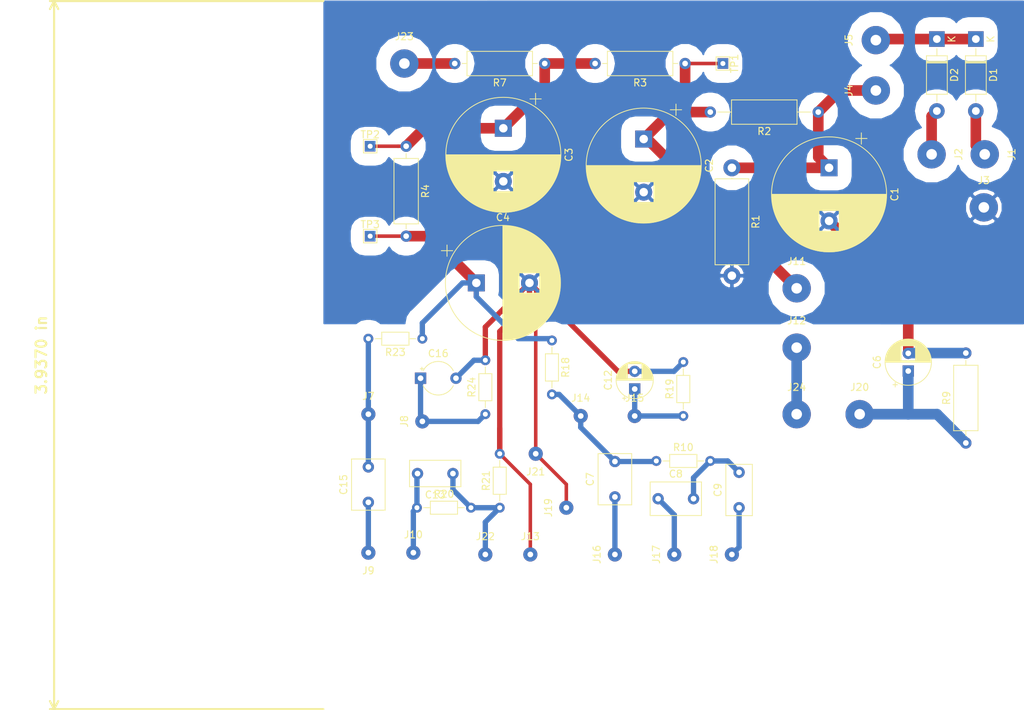
<source format=kicad_pcb>
(kicad_pcb (version 20171130) (host pcbnew "(5.0.1-3-g963ef8bb5)")
  (layers (0 F.Cu signal) (31 B.Cu signal) (34 B.Paste user) (35 F.Paste user) (36 B.SilkS user) (37 F.SilkS user) (38 B.Mask user) (39 F.Mask user) (44 Edge.Cuts user))
  (net 0 "")
  (net 1 "Net-(C1-Pad1)")
  (net 2 GND)
  (net 3 "Net-(D1-Pad1)")
  (net 4 /P_A)
  (net 5 /P_B)
  (net 6 /B+1)
  (net 7 /B+2)
  (net 8 /B+3)
  (net 9 "Net-(C6-Pad1)")
  (net 10 "Net-(C7-Pad1)")
  (net 11 "Net-(C7-Pad2)")
  (net 12 "Net-(C8-Pad2)")
  (net 13 "Net-(C8-Pad1)")
  (net 14 "Net-(C9-Pad1)")
  (net 15 "Net-(C12-Pad1)")
  (net 16 "Net-(C13-Pad1)")
  (net 17 "Net-(C13-Pad2)")
  (net 18 "Net-(C15-Pad1)")
  (net 19 "Net-(C15-Pad2)")
  (net 20 "Net-(C16-Pad1)")
  (net 21 "Net-(J12-Pad1)")
  (net 22 "Net-(J23-Pad1)")
  (module Diode_THT:D_DO-41_SOD81_P10.16mm_Horizontal (layer F.Cu) (at 193.689349 53.695217 270)
    (fp_text reference D1 (at 5.08 -2.47 270) (layer F.SilkS))
    (fp_text value UF4007)
    (fp_text user K (at 0 -2.1 270) (layer F.SilkS))
    (pad 1 thru_hole rect (at 0 0 270) (size 2.2 2.2) (drill 1.1) (layers *.Cu *.Mask) (net 3 "Net-(D1-Pad1)"))
    (pad 2 thru_hole oval (at 10.16 0 270) (size 2.2 2.2) (drill 1.1) (layers *.Cu *.Mask) (net 4 /P_A))
  )
  (module Diode_THT:D_DO-41_SOD81_P10.16mm_Horizontal (layer F.Cu) (at 188.189349 53.695217 270)
    (fp_text reference D2 (at 5.08 -2.47 270) (layer F.SilkS))
    (fp_text value UF4007)
    (fp_text user K (at 0 -2.1 270) (layer F.SilkS))
    (pad 2 thru_hole oval (at 10.16 0 270) (size 2.2 2.2) (drill 1.1) (layers *.Cu *.Mask) (net 5 /P_B))
    (pad 1 thru_hole rect (at 0 0 270) (size 2.2 2.2) (drill 1.1) (layers *.Cu *.Mask) (net 3 "Net-(D1-Pad1)"))
  )
  (module Connector_Wire:SolderWirePad_1x01_Drill1.5mm (layer F.Cu) (at 194.946546 69.977108 270)
    (fp_text reference J1 (at 0 -3.81 270) (layer F.SilkS))
    (fp_text value PT_A)
    (pad 1 thru_hole circle (at 0 0 270) (size 4.0005 4.0005) (drill 1.50114) (layers *.Cu *.Mask) (net 4 /P_A))
  )
  (module Connector_Wire:SolderWirePad_1x01_Drill1.5mm (layer F.Cu) (at 187.446546 69.977108 270)
    (fp_text reference J2 (at 0 -3.81 270) (layer F.SilkS))
    (fp_text value PT_B)
    (pad 1 thru_hole circle (at 0 0 270) (size 4.0005 4.0005) (drill 1.50114) (layers *.Cu *.Mask) (net 5 /P_B))
  )
  (module Connector_Wire:SolderWirePad_1x01_Drill1.5mm (layer F.Cu) (at 194.818 77.47)
    (fp_text reference J3 (at 0 -3.81) (layer F.SilkS))
    (fp_text value PT_CT)
    (pad 1 thru_hole circle (at 0 0) (size 4.0005 4.0005) (drill 1.50114) (layers *.Cu *.Mask) (net 2 GND))
  )
  (module Connector_Wire:SolderWirePad_1x01_Drill1.5mm (layer F.Cu) (at 179.578 53.848 90)
    (fp_text reference J5 (at 0 -3.81 90) (layer F.SilkS))
    (fp_text value S2_B)
    (pad 1 thru_hole circle (at 0 0 90) (size 4.0005 4.0005) (drill 1.50114) (layers *.Cu *.Mask) (net 3 "Net-(D1-Pad1)"))
  )
  (module Capacitor_THT:CP_Radial_D16.0mm_P7.50mm (layer F.Cu) (at 172.974 71.882 270)
    (fp_text reference C1 (at 3.75 -9.25 270) (layer F.SilkS))
    (fp_text value 47uF/350V)
    (pad 1 thru_hole rect (at 0 0 270) (size 2.4 2.4) (drill 1.2) (layers *.Cu *.Mask) (net 1 "Net-(C1-Pad1)"))
    (pad 2 thru_hole circle (at 7.5 0 270) (size 2.4 2.4) (drill 1.2) (layers *.Cu *.Mask) (net 2 GND))
  )
  (module Capacitor_THT:CP_Radial_D16.0mm_P7.50mm (layer F.Cu) (at 146.812 67.818 270)
    (fp_text reference C2 (at 3.75 -9.25 270) (layer F.SilkS))
    (fp_text value 47uF/350V)
    (pad 2 thru_hole circle (at 7.5 0 270) (size 2.4 2.4) (drill 1.2) (layers *.Cu *.Mask) (net 2 GND))
    (pad 1 thru_hole rect (at 0 0 270) (size 2.4 2.4) (drill 1.2) (layers *.Cu *.Mask) (net 6 /B+1))
  )
  (module Capacitor_THT:CP_Radial_D16.0mm_P7.50mm (layer F.Cu) (at 127 66.294 270)
    (fp_text reference C3 (at 3.75 -9.25 270) (layer F.SilkS))
    (fp_text value 47uF/350V)
    (pad 1 thru_hole rect (at 0 0 270) (size 2.4 2.4) (drill 1.2) (layers *.Cu *.Mask) (net 7 /B+2))
    (pad 2 thru_hole circle (at 7.5 0 270) (size 2.4 2.4) (drill 1.2) (layers *.Cu *.Mask) (net 2 GND))
  )
  (module Capacitor_THT:CP_Radial_D16.0mm_P7.50mm (layer F.Cu) (at 123.19 88.138)
    (fp_text reference C4 (at 3.75 -9.25) (layer F.SilkS))
    (fp_text value 47uF/350V)
    (pad 2 thru_hole circle (at 7.5 0) (size 2.4 2.4) (drill 1.2) (layers *.Cu *.Mask) (net 2 GND))
    (pad 1 thru_hole rect (at 0 0) (size 2.4 2.4) (drill 1.2) (layers *.Cu *.Mask) (net 8 /B+3))
  )
  (module Resistor_THT:R_Axial_DIN0414_L11.9mm_D4.5mm_P15.24mm_Horizontal (layer F.Cu) (at 159.258 71.882 270)
    (fp_text reference R1 (at 7.62 -3.37 270) (layer F.SilkS))
    (fp_text value 220k/1W)
    (pad 1 thru_hole circle (at 0 0 270) (size 2.4 2.4) (drill 1.2) (layers *.Cu *.Mask) (net 1 "Net-(C1-Pad1)"))
    (pad 2 thru_hole oval (at 15.24 0 270) (size 2.4 2.4) (drill 1.2) (layers *.Cu *.Mask) (net 2 GND))
  )
  (module Resistor_THT:R_Axial_DIN0309_L9.0mm_D3.2mm_P15.24mm_Horizontal (layer F.Cu) (at 171.45 64.008 180)
    (fp_text reference R2 (at 7.62 -2.72 180) (layer F.SilkS))
    (fp_text value 100R/1W)
    (pad 1 thru_hole circle (at 0 0 180) (size 1.6 1.6) (drill 0.8) (layers *.Cu *.Mask) (net 1 "Net-(C1-Pad1)"))
    (pad 2 thru_hole oval (at 15.24 0 180) (size 1.6 1.6) (drill 0.8) (layers *.Cu *.Mask) (net 6 /B+1))
  )
  (module Resistor_THT:R_Axial_DIN0309_L9.0mm_D3.2mm_P12.70mm_Horizontal (layer F.Cu) (at 152.654 57.15 180)
    (fp_text reference R3 (at 6.35 -2.72 180) (layer F.SilkS))
    (fp_text value 1K/1W)
    (pad 2 thru_hole oval (at 12.7 0 180) (size 1.6 1.6) (drill 0.8) (layers *.Cu *.Mask) (net 7 /B+2))
    (pad 1 thru_hole circle (at 0 0 180) (size 1.6 1.6) (drill 0.8) (layers *.Cu *.Mask) (net 6 /B+1))
  )
  (module Resistor_THT:R_Axial_DIN0309_L9.0mm_D3.2mm_P12.70mm_Horizontal (layer F.Cu) (at 113.284 68.834 270)
    (fp_text reference R4 (at 6.35 -2.72 270) (layer F.SilkS))
    (fp_text value 10K/1W)
    (pad 1 thru_hole circle (at 0 0 270) (size 1.6 1.6) (drill 0.8) (layers *.Cu *.Mask) (net 7 /B+2))
    (pad 2 thru_hole oval (at 12.7 0 270) (size 1.6 1.6) (drill 0.8) (layers *.Cu *.Mask) (net 8 /B+3))
  )
  (module Connector_Wire:SolderWirePad_1x01_Drill1.5mm (layer F.Cu) (at 179.578 60.96 90)
    (fp_text reference J4 (at 0 -3.81 90) (layer F.SilkS))
    (fp_text value S2_A)
    (pad 1 thru_hole circle (at 0 0 90) (size 4.0005 4.0005) (drill 1.50114) (layers *.Cu *.Mask) (net 1 "Net-(C1-Pad1)"))
  )
  (module TestPoint:TestPoint_THTPad_1.5x1.5mm_Drill0.7mm (layer F.Cu) (at 157.988 57.15 270)
    (fp_text reference TP1 (at 0 -1.648 270) (layer F.SilkS))
    (fp_text value TestPoint)
    (pad 1 thru_hole rect (at 0 0 270) (size 1.5 1.5) (drill 0.7) (layers *.Cu *.Mask) (net 6 /B+1))
  )
  (module TestPoint:TestPoint_THTPad_1.5x1.5mm_Drill0.7mm (layer F.Cu) (at 108.204 68.834)
    (fp_text reference TP2 (at 0 -1.648) (layer F.SilkS))
    (fp_text value TestPoint)
    (pad 1 thru_hole rect (at 0 0) (size 1.5 1.5) (drill 0.7) (layers *.Cu *.Mask) (net 7 /B+2))
  )
  (module TestPoint:TestPoint_THTPad_1.5x1.5mm_Drill0.7mm (layer F.Cu) (at 108.204 81.534)
    (fp_text reference TP3 (at 0 -1.648) (layer F.SilkS))
    (fp_text value TestPoint)
    (pad 1 thru_hole rect (at 0 0) (size 1.5 1.5) (drill 0.7) (layers *.Cu *.Mask) (net 8 /B+3))
  )
  (module Capacitor_THT:CP_Radial_D6.3mm_P2.50mm (layer F.Cu) (at 184.15 100.584 90)
    (fp_text reference C6 (at 1.25 -4.4 90) (layer F.SilkS))
    (fp_text value 100uF/25V)
    (pad 1 thru_hole rect (at 0 0 90) (size 1.6 1.6) (drill 0.8) (layers *.Cu *.Mask) (net 9 "Net-(C6-Pad1)"))
    (pad 2 thru_hole circle (at 2.5 0 90) (size 1.6 1.6) (drill 0.8) (layers *.Cu *.Mask) (net 2 GND))
  )
  (module Capacitor_THT:C_Rect_L7.0mm_W4.5mm_P5.00mm (layer F.Cu) (at 142.748 118.364 90)
    (fp_text reference C7 (at 2.5 -3.5 90) (layer F.SilkS))
    (fp_text value 470pF)
    (pad 1 thru_hole circle (at 0 0 90) (size 1.6 1.6) (drill 0.8) (layers *.Cu *.Mask) (net 10 "Net-(C7-Pad1)"))
    (pad 2 thru_hole circle (at 5 0 90) (size 1.6 1.6) (drill 0.8) (layers *.Cu *.Mask) (net 11 "Net-(C7-Pad2)"))
  )
  (module Capacitor_THT:C_Rect_L7.0mm_W4.5mm_P5.00mm (layer F.Cu) (at 148.844 118.618)
    (fp_text reference C8 (at 2.5 -3.5) (layer F.SilkS))
    (fp_text value 0.022uF)
    (pad 2 thru_hole circle (at 5 0) (size 1.6 1.6) (drill 0.8) (layers *.Cu *.Mask) (net 12 "Net-(C8-Pad2)"))
    (pad 1 thru_hole circle (at 0 0) (size 1.6 1.6) (drill 0.8) (layers *.Cu *.Mask) (net 13 "Net-(C8-Pad1)"))
  )
  (module Capacitor_THT:C_Rect_L7.0mm_W3.5mm_P5.00mm (layer F.Cu) (at 160.274 119.888 90)
    (fp_text reference C9 (at 2.5 -3 90) (layer F.SilkS))
    (fp_text value 0.01uF)
    (pad 2 thru_hole circle (at 5 0 90) (size 1.6 1.6) (drill 0.8) (layers *.Cu *.Mask) (net 12 "Net-(C8-Pad2)"))
    (pad 1 thru_hole circle (at 0 0 90) (size 1.6 1.6) (drill 0.8) (layers *.Cu *.Mask) (net 14 "Net-(C9-Pad1)"))
  )
  (module Capacitor_THT:CP_Radial_D5.0mm_P2.50mm (layer F.Cu) (at 145.542 103.124 90)
    (fp_text reference C12 (at 1.25 -3.75 90) (layer F.SilkS))
    (fp_text value 1uF/25V)
    (pad 1 thru_hole rect (at 0 0 90) (size 1.6 1.6) (drill 0.8) (layers *.Cu *.Mask) (net 15 "Net-(C12-Pad1)"))
    (pad 2 thru_hole circle (at 2.5 0 90) (size 1.6 1.6) (drill 0.8) (layers *.Cu *.Mask) (net 2 GND))
  )
  (module Capacitor_THT:C_Rect_L7.0mm_W3.5mm_P5.00mm (layer F.Cu) (at 119.888 115.062 180)
    (fp_text reference C13 (at 2.5 -3 180) (layer F.SilkS))
    (fp_text value 0.001uF)
    (pad 1 thru_hole circle (at 0 0 180) (size 1.6 1.6) (drill 0.8) (layers *.Cu *.Mask) (net 16 "Net-(C13-Pad1)"))
    (pad 2 thru_hole circle (at 5 0 180) (size 1.6 1.6) (drill 0.8) (layers *.Cu *.Mask) (net 17 "Net-(C13-Pad2)"))
  )
  (module Capacitor_THT:C_Rect_L7.0mm_W4.5mm_P5.00mm (layer F.Cu) (at 107.95 119.126 90)
    (fp_text reference C15 (at 2.5 -3.5 90) (layer F.SilkS))
    (fp_text value 0.022uF)
    (pad 1 thru_hole circle (at 0 0 90) (size 1.6 1.6) (drill 0.8) (layers *.Cu *.Mask) (net 18 "Net-(C15-Pad1)"))
    (pad 2 thru_hole circle (at 5 0 90) (size 1.6 1.6) (drill 0.8) (layers *.Cu *.Mask) (net 19 "Net-(C15-Pad2)"))
  )
  (module Capacitor_THT:CP_Radial_Tantal_D4.5mm_P5.00mm (layer F.Cu) (at 115.316 101.6)
    (fp_text reference C16 (at 2.5 -3.5) (layer F.SilkS))
    (fp_text value 0.68uF/25V)
    (pad 1 thru_hole rect (at 0 0) (size 1.6 1.6) (drill 0.8) (layers *.Cu *.Mask) (net 20 "Net-(C16-Pad1)"))
    (pad 2 thru_hole circle (at 5 0) (size 1.6 1.6) (drill 0.8) (layers *.Cu *.Mask) (net 2 GND))
  )
  (module Connector_Wire:SolderWirePad_1x01_Drill0.8mm (layer F.Cu) (at 107.95 106.68)
    (fp_text reference J7 (at 0 -2.54) (layer F.SilkS))
    (fp_text value U1B_6_A)
    (pad 1 thru_hole circle (at 0 0) (size 1.99898 1.99898) (drill 0.8001) (layers *.Cu *.Mask) (net 19 "Net-(C15-Pad2)"))
  )
  (module Connector_Wire:SolderWirePad_1x01_Drill0.8mm (layer F.Cu) (at 115.57 107.696 90)
    (fp_text reference J8 (at 0 -2.54 90) (layer F.SilkS))
    (fp_text value U1B_8_K)
    (pad 1 thru_hole circle (at 0 0 90) (size 1.99898 1.99898) (drill 0.8001) (layers *.Cu *.Mask) (net 20 "Net-(C16-Pad1)"))
  )
  (module Connector_Wire:SolderWirePad_1x01_Drill0.8mm (layer F.Cu) (at 107.95 126.238 180)
    (fp_text reference J9 (at 0 -2.54 180) (layer F.SilkS))
    (fp_text value GAIN1_SEND)
    (pad 1 thru_hole circle (at 0 0 180) (size 1.99898 1.99898) (drill 0.8001) (layers *.Cu *.Mask) (net 18 "Net-(C15-Pad1)"))
  )
  (module Connector_Wire:SolderWirePad_1x01_Drill0.8mm (layer F.Cu) (at 114.3 126.238)
    (fp_text reference J10 (at 0 -2.54) (layer F.SilkS))
    (fp_text value GAIN1_RETURN)
    (pad 1 thru_hole circle (at 0 0) (size 1.99898 1.99898) (drill 0.8001) (layers *.Cu *.Mask) (net 17 "Net-(C13-Pad2)"))
  )
  (module Connector_Wire:SolderWirePad_1x01_Drill1.5mm (layer F.Cu) (at 168.402 88.9)
    (fp_text reference J11 (at 0 -3.81) (layer F.SilkS))
    (fp_text value OT1_A)
    (pad 1 thru_hole circle (at 0 0) (size 4.0005 4.0005) (drill 1.50114) (layers *.Cu *.Mask) (net 6 /B+1))
  )
  (module Connector_Wire:SolderWirePad_1x01_Drill1.5mm (layer F.Cu) (at 168.402 97.282)
    (fp_text reference J12 (at 0 -3.81) (layer F.SilkS))
    (fp_text value OT1_B)
    (pad 1 thru_hole circle (at 0 0) (size 4.0005 4.0005) (drill 1.50114) (layers *.Cu *.Mask) (net 21 "Net-(J12-Pad1)"))
  )
  (module Connector_Wire:SolderWirePad_1x01_Drill0.8mm (layer F.Cu) (at 130.81 126.492)
    (fp_text reference J13 (at 0 -2.54) (layer F.SilkS))
    (fp_text value SHIELD)
    (pad 1 thru_hole circle (at 0 0) (size 1.99898 1.99898) (drill 0.8001) (layers *.Cu *.Mask) (net 2 GND))
  )
  (module Connector_Wire:SolderWirePad_1x01_Drill0.8mm (layer F.Cu) (at 137.922 106.934)
    (fp_text reference J14 (at 0 -2.54) (layer F.SilkS))
    (fp_text value U1A_A_1)
    (pad 1 thru_hole circle (at 0 0) (size 1.99898 1.99898) (drill 0.8001) (layers *.Cu *.Mask) (net 11 "Net-(C7-Pad2)"))
  )
  (module Connector_Wire:SolderWirePad_1x01_Drill0.8mm (layer F.Cu) (at 142.748 126.492 90)
    (fp_text reference J16 (at 0 -2.54 90) (layer F.SilkS))
    (fp_text value TS_T)
    (pad 1 thru_hole circle (at 0 0 90) (size 1.99898 1.99898) (drill 0.8001) (layers *.Cu *.Mask) (net 10 "Net-(C7-Pad1)"))
  )
  (module Connector_Wire:SolderWirePad_1x01_Drill0.8mm (layer F.Cu) (at 151.13 126.492 90)
    (fp_text reference J17 (at 0 -2.54 90) (layer F.SilkS))
    (fp_text value TS_B)
    (pad 1 thru_hole circle (at 0 0 90) (size 1.99898 1.99898) (drill 0.8001) (layers *.Cu *.Mask) (net 13 "Net-(C8-Pad1)"))
  )
  (module Connector_Wire:SolderWirePad_1x01_Drill0.8mm (layer F.Cu) (at 159.258 126.492 90)
    (fp_text reference J18 (at 0 -2.54 90) (layer F.SilkS))
    (fp_text value TS_M)
    (pad 1 thru_hole circle (at 0 0 90) (size 1.99898 1.99898) (drill 0.8001) (layers *.Cu *.Mask) (net 14 "Net-(C9-Pad1)"))
  )
  (module Connector_Wire:SolderWirePad_1x01_Drill0.8mm (layer F.Cu) (at 135.89 119.888 90)
    (fp_text reference J19 (at 0 -2.54 90) (layer F.SilkS))
    (fp_text value TS_GND)
    (pad 1 thru_hole circle (at 0 0 90) (size 1.99898 1.99898) (drill 0.8001) (layers *.Cu *.Mask) (net 2 GND))
  )
  (module Connector_Wire:SolderWirePad_1x01_Drill0.8mm (layer F.Cu) (at 131.572 112.268 180)
    (fp_text reference J21 (at 0 -2.54 180) (layer F.SilkS))
    (fp_text value GAIN1_GND)
    (pad 1 thru_hole circle (at 0 0 180) (size 1.99898 1.99898) (drill 0.8001) (layers *.Cu *.Mask) (net 2 GND))
  )
  (module Connector_Wire:SolderWirePad_1x01_Drill0.8mm (layer F.Cu) (at 124.46 126.492)
    (fp_text reference J22 (at 0 -2.54) (layer F.SilkS))
    (fp_text value U1A_G_2)
    (pad 1 thru_hole circle (at 0 0) (size 1.99898 1.99898) (drill 0.8001) (layers *.Cu *.Mask) (net 16 "Net-(C13-Pad1)"))
  )
  (module Resistor_THT:R_Axial_DIN0309_L9.0mm_D3.2mm_P12.70mm_Horizontal (layer F.Cu) (at 132.842 57.15 180)
    (fp_text reference R7 (at 6.35 -2.72 180) (layer F.SilkS))
    (fp_text value 1K/1W)
    (pad 2 thru_hole oval (at 12.7 0 180) (size 1.6 1.6) (drill 0.8) (layers *.Cu *.Mask) (net 22 "Net-(J23-Pad1)"))
    (pad 1 thru_hole circle (at 0 0 180) (size 1.6 1.6) (drill 0.8) (layers *.Cu *.Mask) (net 7 /B+2))
  )
  (module Resistor_THT:R_Axial_DIN0309_L9.0mm_D3.2mm_P12.70mm_Horizontal (layer F.Cu) (at 192.278 110.744 90)
    (fp_text reference R9 (at 6.35 -2.72 90) (layer F.SilkS))
    (fp_text value 130R/1W)
    (pad 1 thru_hole circle (at 0 0 90) (size 1.6 1.6) (drill 0.8) (layers *.Cu *.Mask) (net 9 "Net-(C6-Pad1)"))
    (pad 2 thru_hole oval (at 12.7 0 90) (size 1.6 1.6) (drill 0.8) (layers *.Cu *.Mask) (net 2 GND))
  )
  (module Resistor_THT:R_Axial_DIN0204_L3.6mm_D1.6mm_P7.62mm_Horizontal (layer F.Cu) (at 148.59 113.284)
    (fp_text reference R10 (at 3.81 -1.92) (layer F.SilkS))
    (fp_text value 56K)
    (pad 1 thru_hole circle (at 0 0) (size 1.4 1.4) (drill 0.7) (layers *.Cu *.Mask) (net 11 "Net-(C7-Pad2)"))
    (pad 2 thru_hole oval (at 7.62 0) (size 1.4 1.4) (drill 0.7) (layers *.Cu *.Mask) (net 12 "Net-(C8-Pad2)"))
  )
  (module Resistor_THT:R_Axial_DIN0204_L3.6mm_D1.6mm_P7.62mm_Horizontal (layer F.Cu) (at 133.858 96.266 270)
    (fp_text reference R18 (at 3.81 -1.92 270) (layer F.SilkS))
    (fp_text value 100K)
    (pad 2 thru_hole oval (at 7.62 0 270) (size 1.4 1.4) (drill 0.7) (layers *.Cu *.Mask) (net 11 "Net-(C7-Pad2)"))
    (pad 1 thru_hole circle (at 0 0 270) (size 1.4 1.4) (drill 0.7) (layers *.Cu *.Mask) (net 8 /B+3))
  )
  (module Resistor_THT:R_Axial_DIN0204_L3.6mm_D1.6mm_P7.62mm_Horizontal (layer F.Cu) (at 152.4 106.934 90)
    (fp_text reference R19 (at 3.81 -1.92 90) (layer F.SilkS))
    (fp_text value 1.2K)
    (pad 2 thru_hole oval (at 7.62 0 90) (size 1.4 1.4) (drill 0.7) (layers *.Cu *.Mask) (net 2 GND))
    (pad 1 thru_hole circle (at 0 0 90) (size 1.4 1.4) (drill 0.7) (layers *.Cu *.Mask) (net 15 "Net-(C12-Pad1)"))
  )
  (module Resistor_THT:R_Axial_DIN0204_L3.6mm_D1.6mm_P7.62mm_Horizontal (layer F.Cu) (at 114.808 119.888)
    (fp_text reference R20 (at 3.81 -1.92) (layer F.SilkS))
    (fp_text value 220K)
    (pad 2 thru_hole oval (at 7.62 0) (size 1.4 1.4) (drill 0.7) (layers *.Cu *.Mask) (net 16 "Net-(C13-Pad1)"))
    (pad 1 thru_hole circle (at 0 0) (size 1.4 1.4) (drill 0.7) (layers *.Cu *.Mask) (net 17 "Net-(C13-Pad2)"))
  )
  (module Resistor_THT:R_Axial_DIN0204_L3.6mm_D1.6mm_P7.62mm_Horizontal (layer F.Cu) (at 126.492 119.888 90)
    (fp_text reference R21 (at 3.81 -1.92 90) (layer F.SilkS))
    (fp_text value 220K)
    (pad 1 thru_hole circle (at 0 0 90) (size 1.4 1.4) (drill 0.7) (layers *.Cu *.Mask) (net 16 "Net-(C13-Pad1)"))
    (pad 2 thru_hole oval (at 7.62 0 90) (size 1.4 1.4) (drill 0.7) (layers *.Cu *.Mask) (net 2 GND))
  )
  (module Resistor_THT:R_Axial_DIN0204_L3.6mm_D1.6mm_P7.62mm_Horizontal (layer F.Cu) (at 115.57 96.012 180)
    (fp_text reference R23 (at 3.81 -1.92 180) (layer F.SilkS))
    (fp_text value 100K)
    (pad 2 thru_hole oval (at 7.62 0 180) (size 1.4 1.4) (drill 0.7) (layers *.Cu *.Mask) (net 19 "Net-(C15-Pad2)"))
    (pad 1 thru_hole circle (at 0 0 180) (size 1.4 1.4) (drill 0.7) (layers *.Cu *.Mask) (net 8 /B+3))
  )
  (module Resistor_THT:R_Axial_DIN0204_L3.6mm_D1.6mm_P7.62mm_Horizontal (layer F.Cu) (at 124.46 106.68 90)
    (fp_text reference R24 (at 3.81 -1.92 90) (layer F.SilkS))
    (fp_text value 2.7K)
    (pad 1 thru_hole circle (at 0 0 90) (size 1.4 1.4) (drill 0.7) (layers *.Cu *.Mask) (net 20 "Net-(C16-Pad1)"))
    (pad 2 thru_hole oval (at 7.62 0 90) (size 1.4 1.4) (drill 0.7) (layers *.Cu *.Mask) (net 2 GND))
  )
  (module Connector_Wire:SolderWirePad_1x01_Drill1.5mm (layer F.Cu) (at 113.03 57.15)
    (fp_text reference J23 (at 0 -3.81) (layer F.SilkS))
    (fp_text value U2_S_9)
    (pad 1 thru_hole circle (at 0 0) (size 4.0005 4.0005) (drill 1.50114) (layers *.Cu *.Mask) (net 22 "Net-(J23-Pad1)"))
  )
  (module Connector_Wire:SolderWirePad_1x01_Drill1.5mm (layer F.Cu) (at 168.402 106.68)
    (fp_text reference J24 (at 0 -3.81) (layer F.SilkS))
    (fp_text value U2_A_7)
    (pad 1 thru_hole circle (at 0 0) (size 4.0005 4.0005) (drill 1.50114) (layers *.Cu *.Mask) (net 21 "Net-(J12-Pad1)"))
  )
  (module Connector_Wire:SolderWirePad_1x01_Drill1.5mm (layer F.Cu) (at 177.292 106.68)
    (fp_text reference J20 (at 0 -3.81) (layer F.SilkS))
    (fp_text value U2_K_3)
    (pad 1 thru_hole circle (at 0 0) (size 4.0005 4.0005) (drill 1.50114) (layers *.Cu *.Mask) (net 9 "Net-(C6-Pad1)"))
  )
  (module Connector_Wire:SolderWirePad_1x01_Drill0.8mm (layer F.Cu) (at 145.542 106.934)
    (fp_text reference J15 (at 0 -2.54) (layer F.SilkS))
    (fp_text value U1A_K_3)
    (pad 1 thru_hole circle (at 0 0) (size 1.99898 1.99898) (drill 0.8001) (layers *.Cu *.Mask) (net 15 "Net-(C12-Pad1)"))
  )
  (dimension 100 (width 0.3) (layer F.SilkS) (gr_text "100.000 mm" (at 61.496 98.33 90) (layer F.SilkS) (effects (font (size 1.5 1.5) (thickness 0.3)))) (feature1 (pts (xy 101.596 48.33) (xy 63.009579 48.33))) (feature2 (pts (xy 101.596 148.33) (xy 63.009579 148.33))) (crossbar (pts (xy 63.596 148.33) (xy 63.596 48.33))) (arrow1a (pts (xy 63.596 48.33) (xy 64.182421 49.456504))) (arrow1b (pts (xy 63.596 48.33) (xy 63.009579 49.456504))) (arrow2a (pts (xy 63.596 148.33) (xy 64.182421 147.203496))) (arrow2b (pts (xy 63.596 148.33) (xy 63.009579 147.203496))))
  (segment (start 174.498 60.96) (end 171.45 64.008) (width 1.5) (layer F.Cu) (net 1))
  (segment (start 179.578 60.96) (end 174.498 60.96) (width 1.5) (layer F.Cu) (net 1))
  (segment (start 171.45 70.358) (end 172.974 71.882) (width 1.5) (layer F.Cu) (net 1))
  (segment (start 171.45 64.008) (end 171.45 70.358) (width 1.5) (layer F.Cu) (net 1))
  (segment (start 172.974 71.882) (end 159.258 71.882) (width 1.5) (layer F.Cu) (net 1))
  (segment (start 191.476 88.94) (end 191.516 88.9) (width 1.5) (layer B.Cu) (net 2))
  (segment (start 122.856 99.06) (end 120.316 101.6) (width 0.75) (layer B.Cu) (net 2))
  (segment (start 124.46 99.06) (end 122.856 99.06) (width 0.75) (layer B.Cu) (net 2))
  (segment (start 124.46 94.368) (end 130.69 88.138) (width 0.75) (layer F.Cu) (net 2))
  (segment (start 124.46 99.06) (end 124.46 94.368) (width 0.75) (layer F.Cu) (net 2))
  (segment (start 126.492 112.268) (end 126.492 108.712) (width 0.75) (layer F.Cu) (net 2))
  (segment (start 143.176 100.624) (end 130.69 88.138) (width 0.75) (layer F.Cu) (net 2))
  (segment (start 145.542 100.624) (end 143.176 100.624) (width 0.75) (layer F.Cu) (net 2))
  (segment (start 151.09 100.624) (end 152.4 99.314) (width 0.75) (layer B.Cu) (net 2))
  (segment (start 145.542 100.624) (end 151.09 100.624) (width 0.75) (layer B.Cu) (net 2))
  (segment (start 131.572 89.02) (end 130.69 88.138) (width 0.5) (layer F.Cu) (net 2))
  (segment (start 131.572 112.268) (end 131.572 89.02) (width 0.5) (layer F.Cu) (net 2))
  (segment (start 130.69 90.798) (end 130.69 88.138) (width 0.75) (layer F.Cu) (net 2))
  (segment (start 126.492 94.996) (end 130.69 90.798) (width 0.75) (layer F.Cu) (net 2))
  (segment (start 126.492 112.268) (end 126.492 94.996) (width 0.75) (layer F.Cu) (net 2))
  (segment (start 130.81 116.586) (end 126.492 112.268) (width 0.5) (layer F.Cu) (net 2))
  (segment (start 130.81 126.492) (end 130.81 116.586) (width 0.5) (layer F.Cu) (net 2))
  (segment (start 135.89 116.586) (end 131.572 112.268) (width 0.5) (layer F.Cu) (net 2))
  (segment (start 135.89 119.888) (end 135.89 116.586) (width 0.5) (layer F.Cu) (net 2))
  (segment (start 184.15 90.558) (end 172.974 79.382) (width 1.5) (layer F.Cu) (net 2))
  (segment (start 184.15 98.084) (end 184.15 90.558) (width 1.5) (layer F.Cu) (net 2))
  (segment (start 184.19 98.044) (end 184.15 98.084) (width 1.5) (layer B.Cu) (net 2))
  (segment (start 192.278 98.044) (end 184.19 98.044) (width 1.5) (layer B.Cu) (net 2))
  (segment (start 179.730783 53.695217) (end 179.578 53.848) (width 1.5) (layer F.Cu) (net 3))
  (segment (start 188.189349 53.695217) (end 179.730783 53.695217) (width 1.5) (layer F.Cu) (net 3))
  (segment (start 193.689349 53.695217) (end 188.189349 53.695217) (width 1.5) (layer F.Cu) (net 3))
  (segment (start 193.689349 68.719911) (end 194.946546 69.977108) (width 1.5) (layer F.Cu) (net 4))
  (segment (start 193.689349 63.855217) (end 193.689349 68.719911) (width 1.5) (layer F.Cu) (net 4))
  (segment (start 187.446546 64.59802) (end 188.189349 63.855217) (width 1.5) (layer F.Cu) (net 5))
  (segment (start 187.446546 69.977108) (end 187.446546 64.59802) (width 1.5) (layer F.Cu) (net 5))
  (segment (start 150.622 64.008) (end 146.812 67.818) (width 1.5) (layer F.Cu) (net 6))
  (segment (start 152.654 57.15) (end 152.654 64.008) (width 1.5) (layer F.Cu) (net 6))
  (segment (start 152.654 64.008) (end 150.622 64.008) (width 1.5) (layer F.Cu) (net 6))
  (segment (start 156.21 64.008) (end 152.654 64.008) (width 1.5) (layer F.Cu) (net 6))
  (segment (start 147.32 67.818) (end 146.812 67.818) (width 1.5) (layer F.Cu) (net 6))
  (segment (start 168.402 88.9) (end 147.32 67.818) (width 1.5) (layer F.Cu) (net 6))
  (segment (start 152.654 57.15) (end 157.988 57.15) (width 0.5) (layer F.Cu) (net 6))
  (segment (start 139.954 57.15) (end 132.842 57.15) (width 1.5) (layer F.Cu) (net 7))
  (segment (start 132.842 60.452) (end 127 66.294) (width 1.5) (layer F.Cu) (net 7))
  (segment (start 132.842 57.15) (end 132.842 60.452) (width 1.5) (layer F.Cu) (net 7))
  (segment (start 115.824 66.294) (end 113.284 68.834) (width 1.5) (layer F.Cu) (net 7))
  (segment (start 127 66.294) (end 115.824 66.294) (width 1.5) (layer F.Cu) (net 7))
  (segment (start 112.15263 68.834) (end 108.204 68.834) (width 0.5) (layer F.Cu) (net 7))
  (segment (start 113.284 68.834) (end 112.15263 68.834) (width 0.5) (layer F.Cu) (net 7))
  (segment (start 116.586 81.534) (end 123.19 88.138) (width 1.5) (layer F.Cu) (net 8))
  (segment (start 113.284 81.534) (end 116.586 81.534) (width 1.5) (layer F.Cu) (net 8))
  (segment (start 123.19 88.138) (end 123.19 90.088) (width 0.75) (layer F.Cu) (net 8))
  (segment (start 115.57 95.022051) (end 115.57 96.012) (width 0.75) (layer B.Cu) (net 8))
  (segment (start 115.57 93.808) (end 115.57 95.022051) (width 0.75) (layer B.Cu) (net 8))
  (segment (start 121.24 88.138) (end 115.57 93.808) (width 0.75) (layer B.Cu) (net 8))
  (segment (start 123.19 88.138) (end 121.24 88.138) (width 0.75) (layer B.Cu) (net 8))
  (segment (start 123.19 90.088) (end 123.19 88.138) (width 0.75) (layer B.Cu) (net 8))
  (segment (start 129.114 96.012) (end 123.19 90.088) (width 0.75) (layer B.Cu) (net 8))
  (segment (start 133.604 96.012) (end 129.114 96.012) (width 0.75) (layer B.Cu) (net 8))
  (segment (start 108.204 81.534) (end 113.284 81.534) (width 0.5) (layer F.Cu) (net 8))
  (segment (start 188.214 106.68) (end 192.278 110.744) (width 1.5) (layer B.Cu) (net 9))
  (segment (start 184.15 100.584) (end 184.15 106.68) (width 1.5) (layer B.Cu) (net 9))
  (segment (start 184.15 106.68) (end 188.214 106.68) (width 1.5) (layer B.Cu) (net 9))
  (segment (start 177.292 106.68) (end 184.15 106.68) (width 1.5) (layer B.Cu) (net 9))
  (segment (start 142.748 118.364) (end 142.748 126.492) (width 0.75) (layer B.Cu) (net 10))
  (segment (start 134.874 103.886) (end 137.922 106.934) (width 0.75) (layer B.Cu) (net 11))
  (segment (start 133.858 103.886) (end 134.874 103.886) (width 0.75) (layer B.Cu) (net 11))
  (segment (start 137.922 108.538) (end 142.748 113.364) (width 0.75) (layer B.Cu) (net 11))
  (segment (start 137.922 106.934) (end 137.922 108.538) (width 0.75) (layer B.Cu) (net 11))
  (segment (start 148.51 113.364) (end 148.59 113.284) (width 0.75) (layer B.Cu) (net 11))
  (segment (start 142.748 113.364) (end 148.51 113.364) (width 0.75) (layer B.Cu) (net 11))
  (segment (start 153.844 115.65) (end 156.21 113.284) (width 0.75) (layer B.Cu) (net 12))
  (segment (start 153.844 118.618) (end 153.844 115.65) (width 0.75) (layer B.Cu) (net 12))
  (segment (start 158.67 113.284) (end 160.274 114.888) (width 0.75) (layer B.Cu) (net 12))
  (segment (start 156.21 113.284) (end 158.67 113.284) (width 0.75) (layer B.Cu) (net 12))
  (segment (start 151.13 120.904) (end 148.844 118.618) (width 0.75) (layer B.Cu) (net 13))
  (segment (start 151.13 126.492) (end 151.13 120.904) (width 0.75) (layer B.Cu) (net 13))
  (segment (start 160.274 125.476) (end 159.258 126.492) (width 0.75) (layer B.Cu) (net 14))
  (segment (start 160.274 119.888) (end 160.274 125.476) (width 0.75) (layer B.Cu) (net 14))
  (segment (start 145.542 106.934) (end 152.4 106.934) (width 0.75) (layer B.Cu) (net 15))
  (segment (start 145.542 106.934) (end 145.542 103.124) (width 0.75) (layer B.Cu) (net 15))
  (segment (start 119.888 117.348) (end 122.428 119.888) (width 0.75) (layer B.Cu) (net 16))
  (segment (start 119.888 115.062) (end 119.888 117.348) (width 0.75) (layer B.Cu) (net 16))
  (segment (start 124.46 121.92) (end 126.492 119.888) (width 0.75) (layer B.Cu) (net 16))
  (segment (start 124.46 126.492) (end 124.46 121.92) (width 0.75) (layer B.Cu) (net 16))
  (segment (start 122.428 119.888) (end 126.492 119.888) (width 0.75) (layer B.Cu) (net 16))
  (segment (start 114.3 120.396) (end 114.808 119.888) (width 0.75) (layer B.Cu) (net 17))
  (segment (start 114.3 126.238) (end 114.3 120.396) (width 0.75) (layer B.Cu) (net 17))
  (segment (start 114.808 115.142) (end 114.888 115.062) (width 0.75) (layer B.Cu) (net 17))
  (segment (start 114.808 119.888) (end 114.808 115.142) (width 0.75) (layer B.Cu) (net 17))
  (segment (start 107.95 119.126) (end 107.95 126.238) (width 0.75) (layer B.Cu) (net 18))
  (segment (start 107.95 96.012) (end 107.95 106.68) (width 0.75) (layer B.Cu) (net 19))
  (segment (start 107.95 106.68) (end 107.95 114.126) (width 0.75) (layer B.Cu) (net 19))
  (segment (start 123.444 107.696) (end 124.46 106.68) (width 0.75) (layer B.Cu) (net 20))
  (segment (start 115.57 107.696) (end 123.444 107.696) (width 0.75) (layer B.Cu) (net 20))
  (segment (start 115.316 107.442) (end 115.57 107.696) (width 0.75) (layer B.Cu) (net 20))
  (segment (start 115.316 101.6) (end 115.316 107.442) (width 0.75) (layer B.Cu) (net 20))
  (segment (start 168.402 97.282) (end 168.402 106.68) (width 1.5) (layer B.Cu) (net 21))
  (segment (start 120.142 57.15) (end 113.03 57.15) (width 1.5) (layer F.Cu) (net 22))
  (zone (net 2) (net_name GND) (layer B.Cu) (connect_pads (clearance 1.95)) (min_thickness 0.254) (fill yes (arc_segments 16) (thermal_gap 0.508) (thermal_bridge_width 0.508))
    (polygon (pts (xy 101.6 48.26) (xy 200.5 48.25) (xy 200.5 94) (xy 101.6 93.98)))
  )
)
</source>
